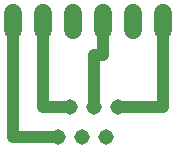
<source format=gbl>
G75*
G70*
%OFA0B0*%
%FSLAX24Y24*%
%IPPOS*%
%LPD*%
%AMOC8*
5,1,8,0,0,1.08239X$1,22.5*
%
%ADD10C,0.0594*%
%ADD11C,0.0515*%
%ADD12C,0.0400*%
D10*
X000815Y007010D02*
X000815Y007603D01*
X001815Y007603D02*
X001815Y007010D01*
X002815Y007010D02*
X002815Y007603D01*
X003815Y007603D02*
X003815Y007010D01*
X004815Y007010D02*
X004815Y007603D01*
X005815Y007603D02*
X005815Y007010D01*
D11*
X004315Y004462D03*
X003921Y003462D03*
X003511Y004462D03*
X003118Y003462D03*
X002708Y004462D03*
X002315Y003462D03*
D12*
X000815Y003462D02*
X000815Y007306D01*
X001815Y007306D02*
X001815Y004462D01*
X002708Y004462D01*
X002315Y003462D02*
X000815Y003462D01*
X003511Y004462D02*
X003511Y006181D01*
X003815Y006181D01*
X003815Y007306D01*
X005815Y007306D02*
X005815Y004462D01*
X004315Y004462D01*
M02*

</source>
